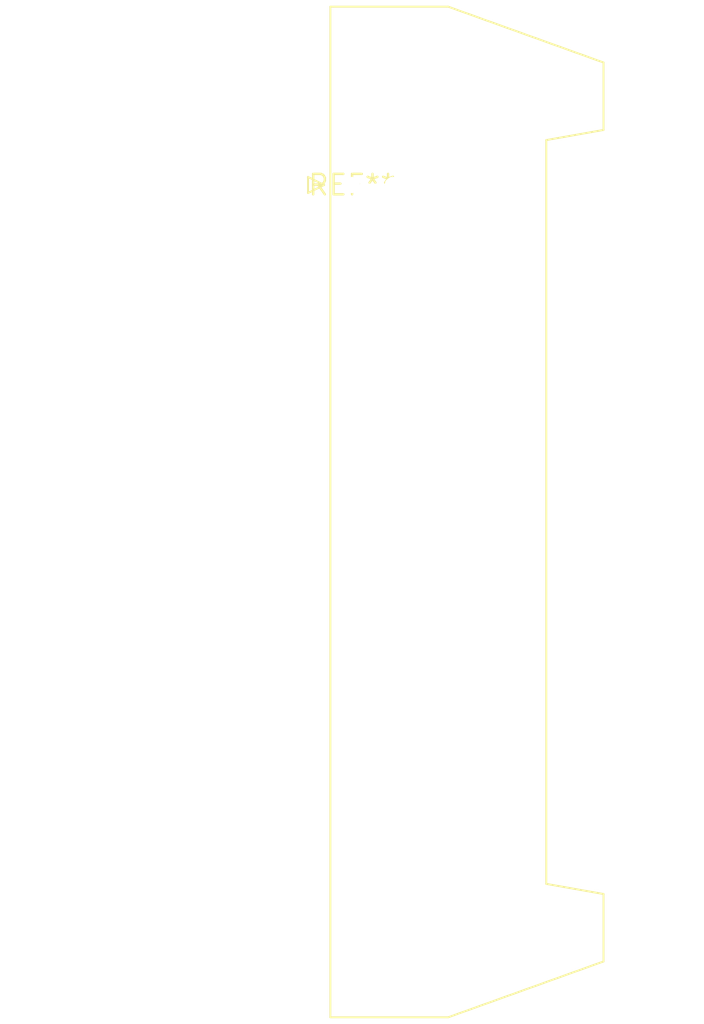
<source format=kicad_pcb>
(kicad_pcb (version 20240108) (generator pcbnew)
  (layers (0 "F.Cu" signal) (31 "B.Cu" signal) (34 "B.Paste" user) (35 "F.Paste" user) (36 "B.SilkS" user "B.Silkscreen") (37 "F.SilkS" user "F.Silkscreen") (38 "B.Mask" user) (39 "F.Mask" user) (44 "Edge.Cuts" user))
  (net 0 "")
  (footprint "IDC-Header_2x17_P2.54mm_Latch_Horizontal" (layer "F.Cu") (at 0 0)
    (property "Reference" "REF**")
    (property "Value" "IDC-Header_2x17_P2.54mm_Latch_Horizontal")
    (fp_line (start -2.74 -0.5) (end -2.74 0.5) (layer "F.SilkS") (stroke (width 0.12)))
    (fp_line (start -2.74 0.5) (end -1.74 0) (layer "F.SilkS") (stroke (width 0.12)))
    (fp_line (start -1.74 0) (end -2.74 -0.5) (layer "F.SilkS") (stroke (width 0.12)))
    (fp_line (start -1.35 -11.08) (end 5.98 -11.08) (layer "F.SilkS") (stroke (width 0.12)))
    (fp_line (start -1.35 51.72) (end -1.35 -11.08) (layer "F.SilkS") (stroke (width 0.12)))
    (fp_line (start 5.98 -11.08) (end 15.64 -7.61) (layer "F.SilkS") (stroke (width 0.12)))
    (fp_line (start 5.98 51.72) (end -1.35 51.72) (layer "F.SilkS") (stroke (width 0.12)))
    (fp_line (start 12.08 -2.79) (end 12.08 43.43) (layer "F.SilkS") (stroke (width 0.12)))
    (fp_line (start 12.08 43.43) (end 15.64 44.06) (layer "F.SilkS") (stroke (width 0.12)))
    (fp_line (start 15.64 -7.61) (end 15.64 -3.42) (layer "F.SilkS") (stroke (width 0.12)))
    (fp_line (start 15.64 -3.42) (end 12.08 -2.79) (layer "F.SilkS") (stroke (width 0.12)))
    (fp_line (start 15.64 44.06) (end 15.64 48.25) (layer "F.SilkS") (stroke (width 0.12)))
    (fp_line (start 15.64 48.25) (end 5.98 51.72) (layer "F.SilkS") (stroke (width 0.12)))
    (pad "1" thru_hole roundrect (at 0 0) (size 1.7 1.7) (drill 1) (layers *.Cu *.Mask) (remove_unused_layers) (roundrect_rratio 0.147059))
    (pad "2" thru_hole circle (at 2.54 0) (size 1.7 1.7) (drill 1) (layers *.Cu *.Mask) (remove_unused_layers))
    (pad "3" thru_hole circle (at 0 2.54) (size 1.7 1.7) (drill 1) (layers *.Cu *.Mask) (remove_unused_layers))
    (pad "4" thru_hole circle (at 2.54 2.54) (size 1.7 1.7) (drill 1) (layers *.Cu *.Mask) (remove_unused_layers))
    (pad "5" thru_hole circle (at 0 5.08) (size 1.7 1.7) (drill 1) (layers *.Cu *.Mask) (remove_unused_layers))
    (pad "6" thru_hole circle (at 2.54 5.08) (size 1.7 1.7) (drill 1) (layers *.Cu *.Mask) (remove_unused_layers))
    (pad "7" thru_hole circle (at 0 7.62) (size 1.7 1.7) (drill 1) (layers *.Cu *.Mask) (remove_unused_layers))
    (pad "8" thru_hole circle (at 2.54 7.62) (size 1.7 1.7) (drill 1) (layers *.Cu *.Mask) (remove_unused_layers))
    (pad "9" thru_hole circle (at 0 10.16) (size 1.7 1.7) (drill 1) (layers *.Cu *.Mask) (remove_unused_layers))
    (pad "10" thru_hole circle (at 2.54 10.16) (size 1.7 1.7) (drill 1) (layers *.Cu *.Mask) (remove_unused_layers))
    (pad "11" thru_hole circle (at 0 12.7) (size 1.7 1.7) (drill 1) (layers *.Cu *.Mask) (remove_unused_layers))
    (pad "12" thru_hole circle (at 2.54 12.7) (size 1.7 1.7) (drill 1) (layers *.Cu *.Mask) (remove_unused_layers))
    (pad "13" thru_hole circle (at 0 15.24) (size 1.7 1.7) (drill 1) (layers *.Cu *.Mask) (remove_unused_layers))
    (pad "14" thru_hole circle (at 2.54 15.24) (size 1.7 1.7) (drill 1) (layers *.Cu *.Mask) (remove_unused_layers))
    (pad "15" thru_hole circle (at 0 17.78) (size 1.7 1.7) (drill 1) (layers *.Cu *.Mask) (remove_unused_layers))
    (pad "16" thru_hole circle (at 2.54 17.78) (size 1.7 1.7) (drill 1) (layers *.Cu *.Mask) (remove_unused_layers))
    (pad "17" thru_hole circle (at 0 20.32) (size 1.7 1.7) (drill 1) (layers *.Cu *.Mask) (remove_unused_layers))
    (pad "18" thru_hole circle (at 2.54 20.32) (size 1.7 1.7) (drill 1) (layers *.Cu *.Mask) (remove_unused_layers))
    (pad "19" thru_hole circle (at 0 22.86) (size 1.7 1.7) (drill 1) (layers *.Cu *.Mask) (remove_unused_layers))
    (pad "20" thru_hole circle (at 2.54 22.86) (size 1.7 1.7) (drill 1) (layers *.Cu *.Mask) (remove_unused_layers))
    (pad "21" thru_hole circle (at 0 25.4) (size 1.7 1.7) (drill 1) (layers *.Cu *.Mask) (remove_unused_layers))
    (pad "22" thru_hole circle (at 2.54 25.4) (size 1.7 1.7) (drill 1) (layers *.Cu *.Mask) (remove_unused_layers))
    (pad "23" thru_hole circle (at 0 27.94) (size 1.7 1.7) (drill 1) (layers *.Cu *.Mask) (remove_unused_layers))
    (pad "24" thru_hole circle (at 2.54 27.94) (size 1.7 1.7) (drill 1) (layers *.Cu *.Mask) (remove_unused_layers))
    (pad "25" thru_hole circle (at 0 30.48) (size 1.7 1.7) (drill 1) (layers *.Cu *.Mask) (remove_unused_layers))
    (pad "26" thru_hole circle (at 2.54 30.48) (size 1.7 1.7) (drill 1) (layers *.Cu *.Mask) (remove_unused_layers))
    (pad "27" thru_hole circle (at 0 33.02) (size 1.7 1.7) (drill 1) (layers *.Cu *.Mask) (remove_unused_layers))
    (pad "28" thru_hole circle (at 2.54 33.02) (size 1.7 1.7) (drill 1) (layers *.Cu *.Mask) (remove_unused_layers))
    (pad "29" thru_hole circle (at 0 35.56) (size 1.7 1.7) (drill 1) (layers *.Cu *.Mask) (remove_unused_layers))
    (pad "30" thru_hole circle (at 2.54 35.56) (size 1.7 1.7) (drill 1) (layers *.Cu *.Mask) (remove_unused_layers))
    (pad "31" thru_hole circle (at 0 38.1) (size 1.7 1.7) (drill 1) (layers *.Cu *.Mask) (remove_unused_layers))
    (pad "32" thru_hole circle (at 2.54 38.1) (size 1.7 1.7) (drill 1) (layers *.Cu *.Mask) (remove_unused_layers))
    (pad "33" thru_hole circle (at 0 40.64) (size 1.7 1.7) (drill 1) (layers *.Cu *.Mask) (remove_unused_layers))
    (pad "34" thru_hole circle (at 2.54 40.64) (size 1.7 1.7) (drill 1) (layers *.Cu *.Mask) (remove_unused_layers))
  )
)
</source>
